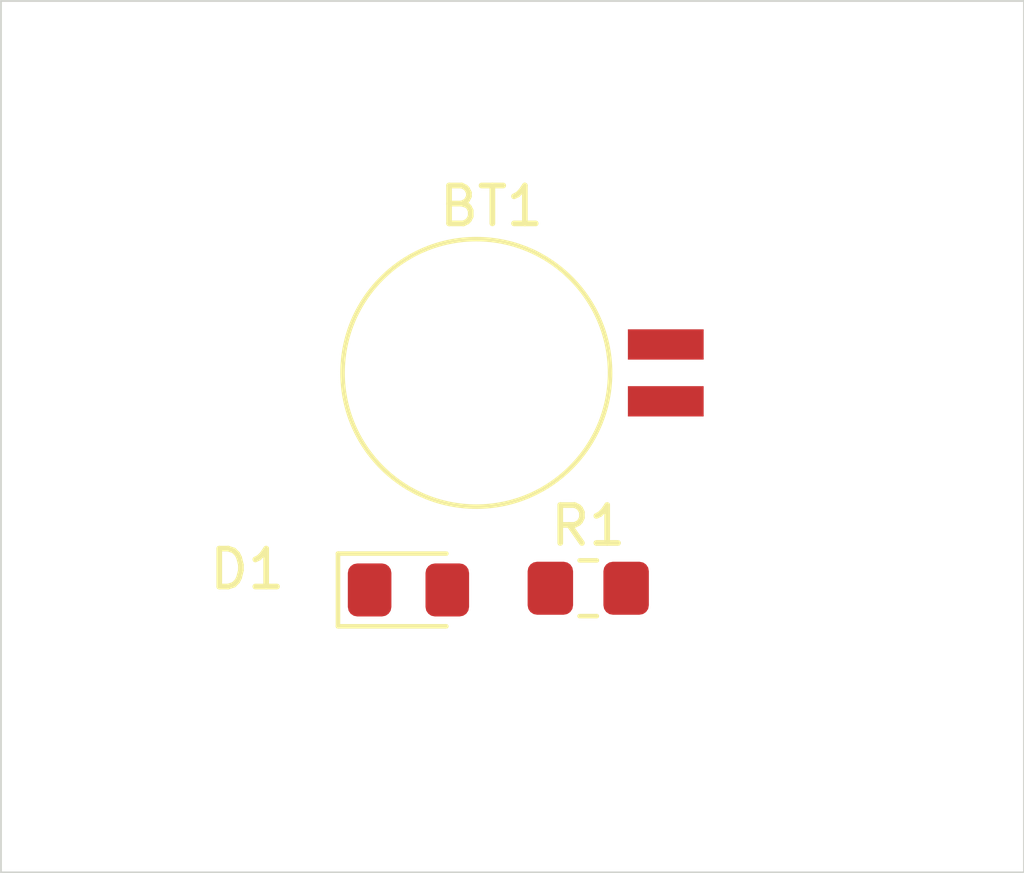
<source format=kicad_pcb>
(kicad_pcb (version 20240108) (generator "pcbnew") (generator_version "8.0")
  (layers (0 "F.Cu" signal) (31 "B.Cu" signal) (34 "B.Paste" user) (35 "F.Paste" user) (36 "B.SilkS" user "B.Silkscreen") (37 "F.SilkS" user "F.Silkscreen") (38 "B.Mask" user) (39 "F.Mask" user) (44 "Edge.Cuts" user))
  (net 0 "")
  (net 1 "Net-(BT1--)")
  (net 2 "Net-(BT1-+)")
  (net 3 "Net-(D1-K)")
  (footprint "Diode_SMD:D_0805_2012Metric_Pad1.15x1.40mm_HandSolder" (layer "F.Cu") (at 83.255 65.545)
    (property "Reference" "D1" (at -4.255 -0.545 0) (layer "F.SilkS"))
    (property "Value" "SFH460")
    (fp_line (start -1.86 -0.96) (end -1.86 0.96) (stroke (width 0.12)) (layer "F.SilkS"))
    (fp_line (start -1.86 0.96) (end 1 0.96) (stroke (width 0.12)) (layer "F.SilkS"))
    (fp_line (start 1 -0.96) (end -1.86 -0.96) (stroke (width 0.12)) (layer "F.SilkS"))
    (pad "1" smd roundrect (at -1.025 0) (size 1.15 1.4) (layers "F.Cu" "F.Paste" "F.Mask") (roundrect_rratio 0.217391) (net 3 "Net-(D1-K)"))
    (pad "2" smd roundrect (at 1.025 0) (size 1.15 1.4) (layers "F.Cu" "F.Paste" "F.Mask") (roundrect_rratio 0.217391) (net 1 "Net-(BT1--)"))
  )
  (footprint "Battery:BatteryHolder_Seiko_MS621F" (layer "F.Cu") (at 90.046204 59.816204)
    (property "Reference" "BT1" (at -4.6 -4.4 0) (layer "F.SilkS"))
    (property "Value" "Battery_Cell")
    (fp_circle (center -5 0) (end -1.47 0) (stroke (width 0.12)) (fill none) (layer "F.SilkS"))
    (pad "1" smd rect (at 0 -0.75) (size 2 0.8) (layers "F.Cu" "F.Paste" "F.Mask") (net 2 "Net-(BT1-+)"))
    (pad "2" smd rect (at 0 0.75) (size 2 0.8) (layers "F.Cu" "F.Paste" "F.Mask") (net 1 "Net-(BT1--)"))
  )
  (footprint "Resistor_SMD:R_0805_2012Metric_Pad1.20x1.40mm_HandSolder" (layer "F.Cu") (at 88 65.5)
    (property "Reference" "R1" (at 0 -1.65 0) (layer "F.SilkS"))
    (property "Value" "R")
    (fp_line (start -0.227064 -0.735) (end 0.227064 -0.735) (stroke (width 0.12)) (layer "F.SilkS"))
    (fp_line (start -0.227064 0.735) (end 0.227064 0.735) (stroke (width 0.12)) (layer "F.SilkS"))
    (pad "1" smd roundrect (at -1 0) (size 1.2 1.4) (layers "F.Cu" "F.Paste" "F.Mask") (roundrect_rratio 0.208333) (net 3 "Net-(D1-K)"))
    (pad "2" smd roundrect (at 1 0) (size 1.2 1.4) (layers "F.Cu" "F.Paste" "F.Mask") (roundrect_rratio 0.208333) (net 2 "Net-(BT1-+)"))
  )
  (gr_rect (start 72.5 50) (end 99.5 73) (stroke (width 0.05)) (fill none) (layer "Edge.Cuts"))
)
</source>
